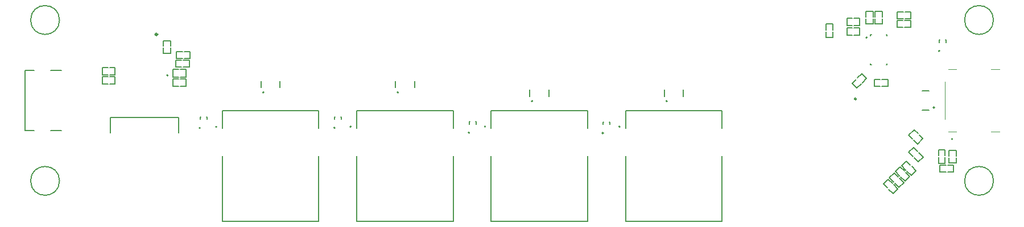
<source format=gto>
G04*
G04 #@! TF.GenerationSoftware,Altium Limited,Altium Designer,25.8.1 (18)*
G04*
G04 Layer_Color=65535*
%FSLAX44Y44*%
%MOMM*%
G71*
G04*
G04 #@! TF.SameCoordinates,C96D2FE9-1FD8-438A-A999-0EA797086850*
G04*
G04*
G04 #@! TF.FilePolarity,Positive*
G04*
G01*
G75*
%ADD10C,0.2000*%
%ADD11C,0.3250*%
%ADD12C,0.2500*%
%ADD13C,0.1524*%
%ADD14C,0.1000*%
D10*
X1252679Y244737D02*
G03*
X1252679Y242737I0J-1000D01*
G01*
D02*
G03*
X1252679Y244737I0J1000D01*
G01*
X212992Y187492D02*
G03*
X212992Y187492I-1000J0D01*
G01*
X885700Y110800D02*
G03*
X885700Y110800I-1000J0D01*
G01*
X685700D02*
G03*
X685700Y110800I-1000J0D01*
G01*
X485700D02*
G03*
X485700Y110800I-1000J0D01*
G01*
X285700D02*
G03*
X285700Y110800I-1000J0D01*
G01*
X1380750Y92500D02*
G03*
X1380750Y92500I-1000J0D01*
G01*
X1353779Y139262D02*
G03*
X1353779Y139262I-1000J0D01*
G01*
X1361620Y223874D02*
G03*
X1361620Y223874I-1000J0D01*
G01*
X955900Y148921D02*
G03*
X955900Y148921I-1000J0D01*
G01*
X861069Y101299D02*
G03*
X861069Y101299I-1000J0D01*
G01*
X755900Y148921D02*
G03*
X755900Y148921I-1000J0D01*
G01*
X661931Y102000D02*
G03*
X661931Y102000I-1000J0D01*
G01*
X555900Y161956D02*
G03*
X555900Y161956I-1000J0D01*
G01*
X461517Y109000D02*
G03*
X461517Y109000I-1000J0D01*
G01*
X355900Y161956D02*
G03*
X355900Y161956I-1000J0D01*
G01*
X261288Y109000D02*
G03*
X261288Y109000I-1000J0D01*
G01*
D11*
X197400Y248501D02*
G03*
X197400Y248501I-1625J0D01*
G01*
D12*
X1237238Y152311D02*
G03*
X1237238Y152311I-1250J0D01*
G01*
D13*
X51500Y30000D02*
G03*
X51500Y30000I-21500J0D01*
G01*
Y270000D02*
G03*
X51500Y270000I-21500J0D01*
G01*
X1441500Y30000D02*
G03*
X1441500Y30000I-21500J0D01*
G01*
Y270000D02*
G03*
X1441500Y270000I-21500J0D01*
G01*
X1258179Y248237D02*
X1259679D01*
X1258179Y246737D02*
Y248237D01*
Y203237D02*
Y204737D01*
Y203237D02*
X1259679D01*
X1281679D02*
X1283179D01*
Y204737D01*
X1281679Y248237D02*
X1283179D01*
Y246737D02*
Y248237D01*
X127192Y101692D02*
Y124542D01*
X228792D01*
Y101692D02*
Y124542D01*
X1202526Y255357D02*
Y264223D01*
X1192485Y243899D02*
Y252817D01*
Y243899D02*
X1202599D01*
Y252817D01*
X1192539Y264223D02*
X1202526D01*
X1192539Y255357D02*
Y264223D01*
X1298266Y281704D02*
X1307132D01*
X1309671Y271662D02*
X1318589D01*
Y281776D01*
X1309671D02*
X1318589D01*
X1298266Y271716D02*
Y281704D01*
Y271716D02*
X1307132D01*
X1298066Y269518D02*
X1306932D01*
X1309472Y259477D02*
X1318389D01*
Y269591D01*
X1309472D02*
X1318389D01*
X1298066Y259531D02*
Y269518D01*
Y259531D02*
X1306932D01*
X235602Y199942D02*
X244468D01*
X224144Y209983D02*
X233062D01*
X224144Y199870D02*
Y209983D01*
Y199870D02*
X233062D01*
X244468Y199942D02*
Y209930D01*
X235602D02*
X244468D01*
X237033Y212924D02*
X245898D01*
X225575Y222965D02*
X234493D01*
X225575Y212852D02*
Y222965D01*
Y212852D02*
X234493D01*
X245898Y212924D02*
Y222912D01*
X237033D02*
X245898D01*
X1303568Y35776D02*
X1309837Y29507D01*
X1302567Y50978D02*
X1308872Y44672D01*
X1295415Y43827D02*
X1302567Y50978D01*
X1295415Y43827D02*
X1301721Y37521D01*
X1309837Y29507D02*
X1316899Y36569D01*
X1310630Y42839D02*
X1316899Y36569D01*
X1285829Y17456D02*
X1292098Y11187D01*
X1284828Y32658D02*
X1291134Y26352D01*
X1277676Y25506D02*
X1284828Y32658D01*
X1277676Y25506D02*
X1283982Y19201D01*
X1292098Y11187D02*
X1299161Y18249D01*
X1292892Y24518D02*
X1299161Y18249D01*
X1294701Y26615D02*
X1300970Y20346D01*
X1293700Y41817D02*
X1300006Y35511D01*
X1286548Y34666D02*
X1293700Y41817D01*
X1286548Y34666D02*
X1292854Y28360D01*
X1300970Y20346D02*
X1308033Y27408D01*
X1301764Y33677D02*
X1308033Y27408D01*
X1323498Y64727D02*
X1329767Y58458D01*
X1322496Y79929D02*
X1328802Y73624D01*
X1315345Y72778D02*
X1322496Y79929D01*
X1315345Y72778D02*
X1321651Y66472D01*
X1329767Y58458D02*
X1336829Y65521D01*
X1330560Y71790D02*
X1336829Y65521D01*
X1246258Y176355D02*
X1252526Y182624D01*
X1231056Y175353D02*
X1237361Y181659D01*
X1231056Y175353D02*
X1238207Y168202D01*
X1244513Y174508D01*
X1245464Y189686D02*
X1252526Y182624D01*
X1239195Y183417D02*
X1245464Y189686D01*
X1311709Y59437D02*
X1317978Y53168D01*
X1312674Y44271D02*
X1318979Y37966D01*
X1326131Y45117D01*
X1319825Y51423D02*
X1326131Y45117D01*
X1304647Y52374D02*
X1311709Y59437D01*
X1304647Y52374D02*
X1310916Y46105D01*
X1263897Y181255D02*
X1272762D01*
X1275302Y171214D02*
X1284220D01*
Y181328D01*
X1275302D02*
X1284220D01*
X1263897Y171268D02*
Y181255D01*
Y171268D02*
X1272762D01*
X1373362Y43137D02*
X1382227D01*
X1361904Y53179D02*
X1370822D01*
X1361904Y43065D02*
Y53179D01*
Y43065D02*
X1370822D01*
X1382227Y43137D02*
Y53125D01*
X1373362D02*
X1382227D01*
X1359603Y56338D02*
Y65204D01*
X1369644Y67744D02*
Y76662D01*
X1359530D02*
X1369644D01*
X1359530Y67744D02*
Y76662D01*
X1359603Y56338D02*
X1369590D01*
Y65204D01*
X1037450Y-30000D02*
Y67300D01*
X893950Y-30000D02*
X1037450D01*
X893950D02*
Y67300D01*
Y108300D02*
Y135000D01*
X1037450Y108300D02*
Y135000D01*
X893950D02*
X1037450D01*
X0Y105300D02*
Y194700D01*
X13800D01*
X38200D02*
X54100D01*
X0Y105300D02*
X13800D01*
X38200D02*
X54100D01*
X837450Y-30000D02*
Y67300D01*
X693950Y-30000D02*
X837450D01*
X693950D02*
Y67300D01*
Y108300D02*
Y135000D01*
X837450Y108300D02*
Y135000D01*
X693950D02*
X837450D01*
X637450Y-30000D02*
Y67300D01*
X493950Y-30000D02*
X637450D01*
X493950D02*
Y67300D01*
Y108300D02*
Y135000D01*
X637450Y108300D02*
Y135000D01*
X493950D02*
X637450D01*
X437450Y-30000D02*
Y67300D01*
X293950Y-30000D02*
X437450D01*
X293950D02*
Y67300D01*
Y108300D02*
Y135000D01*
X437450Y108300D02*
Y135000D01*
X293950D02*
X437450D01*
X1335580Y164262D02*
X1345580D01*
X1335580Y135862D02*
X1345580D01*
X1361120Y236674D02*
Y240374D01*
X1371120Y236674D02*
Y240374D01*
X1370320D02*
X1371120D01*
X1361120D02*
X1361920D01*
X979900Y156121D02*
Y166121D01*
X951500Y156121D02*
Y166121D01*
X860569Y114099D02*
Y117799D01*
X870569Y114099D02*
Y117799D01*
X869769D02*
X870569D01*
X860569D02*
X861369D01*
X779900Y156121D02*
Y166121D01*
X751500Y156121D02*
Y166121D01*
X661431Y114800D02*
Y118500D01*
X671431Y114800D02*
Y118500D01*
X670631D02*
X671431D01*
X661431D02*
X662231D01*
X579900Y169156D02*
Y179156D01*
X551500Y169156D02*
Y179156D01*
X461017Y121800D02*
Y125500D01*
X471017Y121800D02*
Y125500D01*
X470217D02*
X471017D01*
X461017D02*
X461817D01*
X379900Y169156D02*
Y179156D01*
X351500Y169156D02*
Y179156D01*
X260788Y121800D02*
Y125500D01*
X270788Y121800D02*
Y125500D01*
X269988D02*
X270788D01*
X260788D02*
X261588D01*
X205720Y220075D02*
Y228388D01*
Y220075D02*
X216862D01*
X205720Y230928D02*
Y239077D01*
X216862Y220075D02*
Y228388D01*
X205720Y239077D02*
X216836D01*
Y230928D02*
Y239077D01*
X125998Y174251D02*
X134311D01*
Y185393D01*
X115309Y174251D02*
X123458D01*
X125998Y185393D02*
X134311D01*
X115309Y174251D02*
Y185367D01*
X123458D01*
X126036Y187875D02*
X134349D01*
Y199017D01*
X115347Y187875D02*
X123496D01*
X126036Y199017D02*
X134349D01*
X115347Y187875D02*
Y198991D01*
X123496D01*
X220572Y196185D02*
X228885D01*
X220572Y185043D02*
Y196185D01*
X231425D02*
X239574D01*
X220572Y185043D02*
X228885D01*
X239574Y185069D02*
Y196185D01*
X231425Y185069D02*
X239574D01*
X220674Y182087D02*
X228987D01*
X220674Y170945D02*
Y182087D01*
X231527D02*
X239676D01*
X220674Y170945D02*
X228987D01*
X239676Y170971D02*
Y182087D01*
X231527Y170971D02*
X239676D01*
X1323203Y106348D02*
X1329081Y100470D01*
X1315324Y98470D02*
X1323203Y106348D01*
X1330877Y98674D02*
X1336639Y92912D01*
X1315324Y98470D02*
X1321202Y92592D01*
X1328779Y85052D02*
X1336639Y92912D01*
X1323017Y90814D02*
X1328779Y85052D01*
X1234201Y261424D02*
X1242514D01*
Y272566D01*
X1223512Y261424D02*
X1231661D01*
X1234201Y272566D02*
X1242514D01*
X1223512Y261424D02*
Y272540D01*
X1231661D01*
X1234201Y247159D02*
X1242514D01*
Y258301D01*
X1223512Y247159D02*
X1231661D01*
X1234201Y258301D02*
X1242514D01*
X1223512Y247159D02*
Y258275D01*
X1231661D01*
X1265318Y263969D02*
Y272281D01*
Y263969D02*
X1276460D01*
X1265318Y274821D02*
Y282970D01*
X1276460Y263969D02*
Y272281D01*
X1265318Y282970D02*
X1276434D01*
Y274821D02*
Y282970D01*
X1386241Y67318D02*
Y75631D01*
X1375099D02*
X1386241D01*
Y56630D02*
Y64778D01*
X1375099Y67318D02*
Y75631D01*
X1375125Y56630D02*
X1386241D01*
X1375125D02*
Y64778D01*
X1251251Y263888D02*
Y272201D01*
Y263888D02*
X1262393D01*
X1251251Y274741D02*
Y282890D01*
X1262393Y263888D02*
Y272201D01*
X1251251Y282890D02*
X1262367D01*
Y274741D02*
Y282890D01*
D14*
X1374450Y103800D02*
X1386450D01*
X1437450D02*
X1450500D01*
X1374450Y196200D02*
X1386450D01*
X1437450D02*
X1450500D01*
X1369000Y122000D02*
Y178000D01*
M02*

</source>
